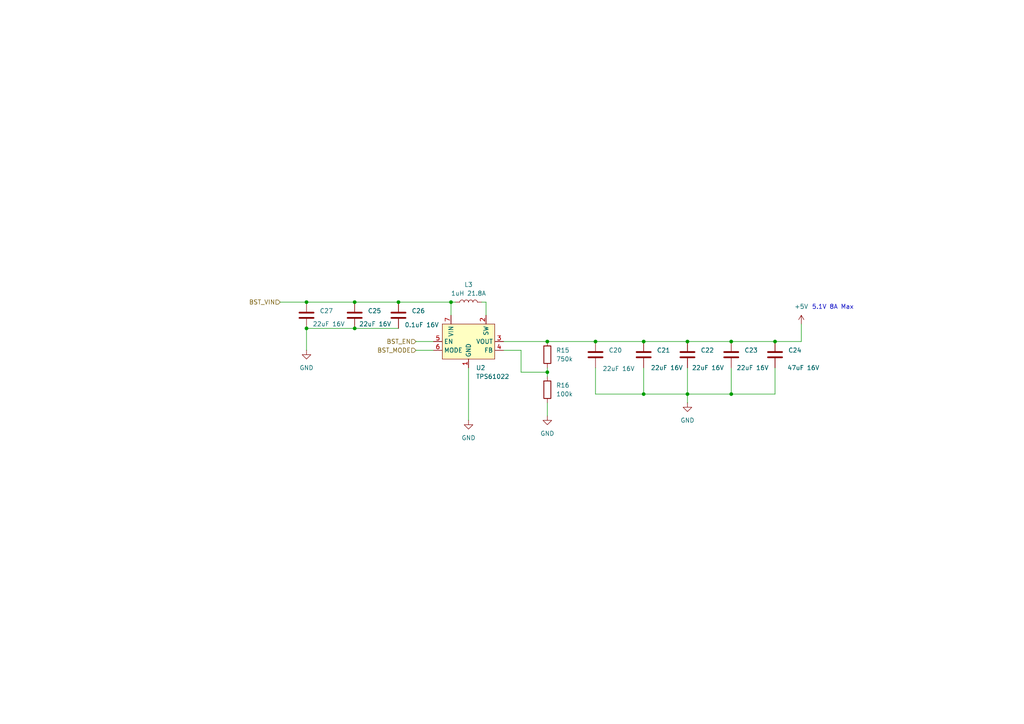
<source format=kicad_sch>
(kicad_sch (version 20250114) (generator "eeschema") (generator_version "9.0")
  (paper "A4")
  (lib_symbols
    (symbol "Converter_DCDC:TPS61022"
      (property "Reference" "U" (at 0 7.62 0))
      (property "Value" "TPS61022" (at 7.62 -7.62 0))
      (symbol "TPS61022_1_1"
        (rectangle (start -7.62 5.08) (end 7.62 -5.08) (fill (type background)))
        (pin input line (at -10.16 0 0) (length 2.54) (name "EN") (number "5"))
        (pin input line (at -10.16 -2.54 0) (length 2.54) (name "MODE") (number "6"))
        (pin power_in line (at -5.08 7.62 270) (length 2.54) (name "VIN") (number "7"))
        (pin power_in line (at 0 -7.62 90) (length 2.54) (name "GND") (number "1"))
        (pin input line (at 5.08 7.62 270) (length 2.54) (name "SW") (number "2"))
        (pin power_out line (at 10.16 0 180) (length 2.54) (name "VOUT") (number "3"))
        (pin input line (at 10.16 -2.54 180) (length 2.54) (name "FB") (number "4"))
      )
    )
    (symbol "Device:C" (pin_numbers (hide yes)) (pin_names (offset 0.254))
      (property "Reference" "C" (at 0.635 2.54 0))
      (property "Value" "C" (at 0.635 -2.54 0))
      (symbol "C_0_1"
        (polyline (pts (xy -2.032 0.762) (xy 2.032 0.762)) (stroke (width 0.508)))
        (polyline (pts (xy -2.032 -0.762) (xy 2.032 -0.762)) (stroke (width 0.508)))
      )
      (symbol "C_1_1"
        (pin passive line (at 0 3.81 270) (length 2.794) (name "~") (number "1"))
        (pin passive line (at 0 -3.81 90) (length 2.794) (name "~") (number "2"))
      )
    )
    (symbol "Device:L" (pin_numbers (hide yes)) (pin_names (offset 1.016) (hide yes))
      (property "Reference" "L" (at -1.27 0 90))
      (property "Value" "L" (at 1.905 0 90))
      (symbol "L_0_1"
        (arc (start 0 2.54) (mid 0.6323 1.905) (end 0 1.27))
        (arc (start 0 1.27) (mid 0.6323 0.635) (end 0 0))
        (arc (start 0 0) (mid 0.6323 -0.635) (end 0 -1.27))
        (arc (start 0 -1.27) (mid 0.6323 -1.905) (end 0 -2.54))
      )
      (symbol "L_1_1"
        (pin passive line (at 0 3.81 270) (length 1.27) (name "1") (number "1"))
        (pin passive line (at 0 -3.81 90) (length 1.27) (name "2") (number "2"))
      )
    )
    (symbol "Device:R" (pin_numbers (hide yes)) (pin_names (offset 0))
      (property "Reference" "R" (at 2.032 0 90))
      (property "Value" "R" (at 0 0 90))
      (symbol "R_0_1"
        (rectangle (start -1.016 -2.54) (end 1.016 2.54) (stroke (width 0.254)))
      )
      (symbol "R_1_1"
        (pin passive line (at 0 3.81 270) (length 1.27) (name "~") (number "1"))
        (pin passive line (at 0 -3.81 90) (length 1.27) (name "~") (number "2"))
      )
    )
    (symbol "power:+5V" (power) (pin_numbers (hide yes)) (pin_names (offset 0) (hide yes))
      (property "Value" "+5V" (at 0 3.556 0))
      (symbol "+5V_0_1"
        (polyline (pts (xy -0.762 1.27) (xy 0 2.54)))
        (polyline (pts (xy 0 2.54) (xy 0.762 1.27)))
        (polyline (pts (xy 0 0) (xy 0 2.54)))
      )
      (symbol "+5V_1_1"
        (pin power_in line (at 0 0 90) (length 0) (name "~") (number "1"))
      )
    )
    (symbol "power:GND" (power) (pin_numbers (hide yes)) (pin_names (offset 0) (hide yes))
      (property "Value" "GND" (at 0 -3.81 0))
      (symbol "GND_0_1"
        (polyline (pts (xy 0 0) (xy 0 -1.27) (xy 1.27 -1.27) (xy 0 -2.54) (xy -1.27 -1.27) (xy 0 -1.27)))
      )
      (symbol "GND_1_1"
        (pin power_in line (at 0 0 270) (length 0) (name "~") (number "1"))
      )
    )
  )
  (text "5.1V 8A Max" (at 241.554 89.154 0) (effects (font (size 1.27 1.27))))
  (junction (at 172.72 99.06))
  (junction (at 186.69 114.3))
  (junction (at 199.39 114.3))
  (junction (at 88.9 95.25))
  (junction (at 212.09 99.06))
  (junction (at 158.75 107.95))
  (junction (at 115.57 87.63))
  (junction (at 186.69 99.06))
  (junction (at 102.87 87.63))
  (junction (at 130.81 87.63))
  (junction (at 102.87 95.25))
  (junction (at 199.39 99.06))
  (junction (at 88.9 87.63))
  (junction (at 212.09 114.3))
  (junction (at 224.79 99.06))
  (junction (at 158.75 99.06))
  (wire (pts (xy 102.87 95.25) (xy 115.57 95.25)))
  (wire (pts (xy 158.75 116.84) (xy 158.75 120.65)))
  (wire (pts (xy 151.13 107.95) (xy 158.75 107.95)))
  (wire (pts (xy 232.41 93.98) (xy 232.41 99.06)))
  (wire (pts (xy 140.97 87.63) (xy 140.97 91.44)))
  (wire (pts (xy 172.72 106.68) (xy 172.72 114.3)))
  (wire (pts (xy 224.79 114.3) (xy 224.79 106.68)))
  (wire (pts (xy 158.75 107.95) (xy 158.75 106.68)))
  (wire (pts (xy 120.65 99.06) (xy 125.73 99.06)))
  (wire (pts (xy 199.39 114.3) (xy 199.39 116.84)))
  (wire (pts (xy 199.39 114.3) (xy 212.09 114.3)))
  (wire (pts (xy 158.75 99.06) (xy 172.72 99.06)))
  (wire (pts (xy 212.09 99.06) (xy 224.79 99.06)))
  (wire (pts (xy 146.05 99.06) (xy 158.75 99.06)))
  (wire (pts (xy 81.28 87.63) (xy 88.9 87.63)))
  (wire (pts (xy 135.89 106.68) (xy 135.89 121.92)))
  (wire (pts (xy 186.69 114.3) (xy 199.39 114.3)))
  (wire (pts (xy 88.9 95.25) (xy 88.9 101.6)))
  (wire (pts (xy 158.75 107.95) (xy 158.75 109.22)))
  (wire (pts (xy 102.87 87.63) (xy 115.57 87.63)))
  (wire (pts (xy 199.39 106.68) (xy 199.39 114.3)))
  (wire (pts (xy 232.41 99.06) (xy 224.79 99.06)))
  (wire (pts (xy 88.9 87.63) (xy 102.87 87.63)))
  (wire (pts (xy 140.97 87.63) (xy 139.7 87.63)))
  (wire (pts (xy 88.9 95.25) (xy 102.87 95.25)))
  (wire (pts (xy 186.69 106.68) (xy 186.69 114.3)))
  (wire (pts (xy 212.09 114.3) (xy 224.79 114.3)))
  (wire (pts (xy 115.57 87.63) (xy 130.81 87.63)))
  (wire (pts (xy 151.13 101.6) (xy 151.13 107.95)))
  (wire (pts (xy 120.65 101.6) (xy 125.73 101.6)))
  (wire (pts (xy 172.72 114.3) (xy 186.69 114.3)))
  (wire (pts (xy 172.72 99.06) (xy 186.69 99.06)))
  (wire (pts (xy 212.09 106.68) (xy 212.09 114.3)))
  (wire (pts (xy 132.08 87.63) (xy 130.81 87.63)))
  (wire (pts (xy 186.69 99.06) (xy 199.39 99.06)))
  (wire (pts (xy 199.39 99.06) (xy 212.09 99.06)))
  (wire (pts (xy 146.05 101.6) (xy 151.13 101.6)))
  (wire (pts (xy 130.81 87.63) (xy 130.81 91.44)))
  (hierarchical_label "BST_EN" (shape input) (at 120.65 99.06 180))
  (hierarchical_label "BST_VIN" (shape input) (at 81.28 87.63 180))
  (hierarchical_label "BST_MODE" (shape input) (at 120.65 101.6 180))
  (symbol (lib_id "Device:C") (at 224.79 102.87 0) (unit 1)
    (property "Reference" "C24" (at 228.6 101.5999 0) (effects (justify left)))
    (property "Value" "47uF 16V" (at 228.346 106.68 0) (effects (justify left)))
    (property "Footprint" "Capacitor_SMD:C_0603_1608Metric_Pad1.08x0.95mm_HandSolder" (effects (hide yes)))
    (property "Description" "Unpolarized capacitor" (effects (hide yes)))
  )
  (symbol (lib_id "Device:C") (at 172.72 102.87 0) (unit 1)
    (property "Reference" "C20" (at 176.53 101.5999 0) (effects (justify left)))
    (property "Value" "22uF 16V" (at 174.752 106.934 0) (effects (justify left)))
    (property "Footprint" "Capacitor_SMD:C_0603_1608Metric_Pad1.08x0.95mm_HandSolder" (effects (hide yes)))
    (property "Description" "Unpolarized capacitor" (effects (hide yes)))
  )
  (symbol (lib_id "power:GND") (at 135.89 121.92 0) (unit 1)
    (property "Reference" "#PWR030" (effects (hide yes)))
    (property "Value" "GND" (at 135.89 127 0))
    (property "Description" "Power symbol creates a global label with name \"GND\" , ground" (effects (hide yes)))
  )
  (symbol (lib_id "Device:R") (at 158.75 113.03 0) (unit 1)
    (property "Reference" "R16" (at 161.29 111.7599 0) (effects (justify left)))
    (property "Value" "100k" (at 161.29 114.2999 0) (effects (justify left)))
    (property "Footprint" "Resistor_SMD:R_0603_1608Metric_Pad0.98x0.95mm_HandSolder" (effects (hide yes)))
    (property "Description" "Resistor" (effects (hide yes)))
  )
  (symbol (lib_id "Device:C") (at 115.57 91.44 0) (unit 1)
    (property "Reference" "C26" (at 119.38 90.1699 0) (effects (justify left)))
    (property "Value" "0.1uF 16V" (at 117.348 94.234 0) (effects (justify left)))
    (property "Footprint" "Capacitor_SMD:C_0603_1608Metric_Pad1.08x0.95mm_HandSolder" (effects (hide yes)))
    (property "Description" "Unpolarized capacitor" (effects (hide yes)))
  )
  (symbol (lib_id "power:+5V") (at 232.41 93.98 0) (unit 1)
    (property "Reference" "#PWR028" (effects (hide yes)))
    (property "Value" "+5V" (at 232.41 88.9 0))
    (property "Description" "Power symbol creates a global label with name \"+5V\"" (effects (hide yes)))
  )
  (symbol (lib_id "Device:C") (at 186.69 102.87 0) (unit 1)
    (property "Reference" "C21" (at 190.5 101.5999 0) (effects (justify left)))
    (property "Value" "22uF 16V" (at 188.722 106.68 0) (effects (justify left)))
    (property "Footprint" "Capacitor_SMD:C_0603_1608Metric_Pad1.08x0.95mm_HandSolder" (effects (hide yes)))
    (property "Description" "Unpolarized capacitor" (effects (hide yes)))
  )
  (symbol (lib_id "Device:L") (at 135.89 87.63 90) (unit 1)
    (property "Reference" "L3" (at 135.89 82.55 90))
    (property "Value" "1uH 21.8A" (at 135.89 85.09 90))
    (property "Footprint" "Inductor_SMD:L_Coilcraft_XAL7030-102" (effects (hide yes)))
    (property "Description" "Inductor" (effects (hide yes)))
    (property "mouser" "994-XAL7030-102MEC" (effects (hide yes)))
  )
  (symbol (lib_id "power:GND") (at 199.39 116.84 0) (unit 1)
    (property "Reference" "#PWR027" (effects (hide yes)))
    (property "Value" "GND" (at 199.39 121.92 0))
    (property "Description" "Power symbol creates a global label with name \"GND\" , ground" (effects (hide yes)))
  )
  (symbol (lib_id "power:GND") (at 88.9 101.6 0) (unit 1)
    (property "Reference" "#PWR029" (effects (hide yes)))
    (property "Value" "GND" (at 88.9 106.68 0))
    (property "Description" "Power symbol creates a global label with name \"GND\" , ground" (effects (hide yes)))
  )
  (symbol (lib_id "power:GND") (at 158.75 120.65 0) (unit 1)
    (property "Reference" "#PWR026" (effects (hide yes)))
    (property "Value" "GND" (at 158.75 125.73 0))
    (property "Description" "Power symbol creates a global label with name \"GND\" , ground" (effects (hide yes)))
  )
  (symbol (lib_id "Device:C") (at 212.09 102.87 0) (unit 1)
    (property "Reference" "C23" (at 215.9 101.5999 0) (effects (justify left)))
    (property "Value" "22uF 16V" (at 213.614 106.68 0) (effects (justify left)))
    (property "Footprint" "Capacitor_SMD:C_0603_1608Metric_Pad1.08x0.95mm_HandSolder" (effects (hide yes)))
    (property "Description" "Unpolarized capacitor" (effects (hide yes)))
  )
  (symbol (lib_id "Device:C") (at 199.39 102.87 0) (unit 1)
    (property "Reference" "C22" (at 203.2 101.5999 0) (effects (justify left)))
    (property "Value" "22uF 16V" (at 200.66 106.68 0) (effects (justify left)))
    (property "Footprint" "Capacitor_SMD:C_0603_1608Metric_Pad1.08x0.95mm_HandSolder" (effects (hide yes)))
    (property "Description" "Unpolarized capacitor" (effects (hide yes)))
  )
  (symbol (lib_id "Converter_DCDC:TPS61022") (at 135.89 99.06 0) (unit 1)
    (property "Reference" "U2" (at 138.0333 106.68 0) (effects (justify left)))
    (property "Value" "TPS61022" (at 138.0333 109.22 0) (effects (justify left)))
    (property "Footprint" "Package_DFN_QFN:Texas_RWU0007A_VQFN-7_2x2mm_P0.5mm" (effects (hide yes)))
    (property "Datasheet" "https://www.ti.com/lit/ds/symlink/tps61022.pdf" (effects (hide yes)))
    (property "Description" "8A Boost Converter, 0.5-5.5 V input, 2.2-5.5V output, Texas RWU0007A VQFN-7" (effects (hide yes)))
  )
  (symbol (lib_id "Device:R") (at 158.75 102.87 0) (unit 1)
    (property "Reference" "R15" (at 161.29 101.5999 0) (effects (justify left)))
    (property "Value" "750k" (at 161.29 104.1399 0) (effects (justify left)))
    (property "Footprint" "Resistor_SMD:R_0603_1608Metric_Pad0.98x0.95mm_HandSolder" (effects (hide yes)))
    (property "Description" "Resistor" (effects (hide yes)))
  )
  (symbol (lib_id "Device:C") (at 102.87 91.44 0) (unit 1)
    (property "Reference" "C25" (at 106.68 90.1699 0) (effects (justify left)))
    (property "Value" "22uF 16V" (at 104.14 93.98 0) (effects (justify left)))
    (property "Footprint" "Capacitor_SMD:C_0603_1608Metric_Pad1.08x0.95mm_HandSolder" (effects (hide yes)))
    (property "Description" "Unpolarized capacitor" (effects (hide yes)))
  )
  (symbol (lib_id "Device:C") (at 88.9 91.44 0) (unit 1)
    (property "Reference" "C27" (at 92.71 90.1699 0) (effects (justify left)))
    (property "Value" "22uF 16V" (at 90.678 93.98 0) (effects (justify left)))
    (property "Footprint" "Capacitor_SMD:C_0603_1608Metric_Pad1.08x0.95mm_HandSolder" (effects (hide yes)))
    (property "Description" "Unpolarized capacitor" (effects (hide yes)))
  )
)
</source>
